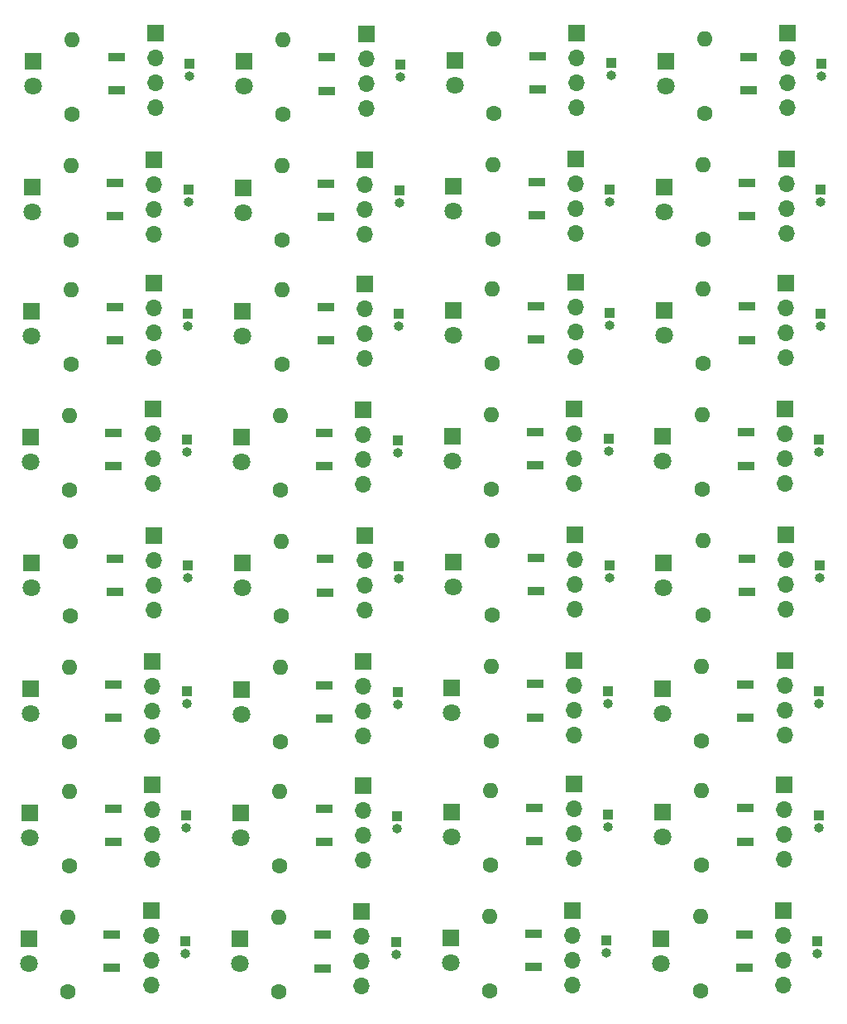
<source format=gbr>
%TF.GenerationSoftware,KiCad,Pcbnew,8.0.4*%
%TF.CreationDate,2024-08-16T15:36:08-07:00*%
%TF.ProjectId,LED2 full perf board,4c454432-2066-4756-9c6c-207065726620,rev?*%
%TF.SameCoordinates,Original*%
%TF.FileFunction,Soldermask,Top*%
%TF.FilePolarity,Negative*%
%FSLAX46Y46*%
G04 Gerber Fmt 4.6, Leading zero omitted, Abs format (unit mm)*
G04 Created by KiCad (PCBNEW 8.0.4) date 2024-08-16 15:36:08*
%MOMM*%
%LPD*%
G01*
G04 APERTURE LIST*
%ADD10R,1.800000X1.800000*%
%ADD11C,1.800000*%
%ADD12R,1.700000X0.900000*%
%ADD13R,1.700000X1.700000*%
%ADD14O,1.700000X1.700000*%
%ADD15R,1.000000X1.000000*%
%ADD16O,1.000000X1.000000*%
%ADD17C,1.600000*%
%ADD18O,1.600000X1.600000*%
G04 APERTURE END LIST*
D10*
%TO.C,D1*%
X139981320Y-79571320D03*
D11*
X139981320Y-82111320D03*
%TD*%
D12*
%TO.C,SW1*%
X148360000Y-92025000D03*
X148360000Y-95425000D03*
%TD*%
D13*
%TO.C,BatteryChargeModule1*%
X152360000Y-89605000D03*
D14*
X152360000Y-92145000D03*
X152360000Y-94685000D03*
X152360000Y-97225000D03*
%TD*%
D13*
%TO.C,BatteryChargeModule1*%
X152481320Y-76726320D03*
D14*
X152481320Y-79266320D03*
X152481320Y-81806320D03*
X152481320Y-84346320D03*
%TD*%
D12*
%TO.C,SW1*%
X148481320Y-79146320D03*
X148481320Y-82546320D03*
%TD*%
D15*
%TO.C,BT1*%
X155981320Y-79846320D03*
D16*
X155981320Y-81116320D03*
%TD*%
D10*
%TO.C,D1*%
X139807500Y-130885000D03*
D11*
X139807500Y-133425000D03*
%TD*%
D13*
%TO.C,BatteryChargeModule1*%
X152186180Y-140918680D03*
D14*
X152186180Y-143458680D03*
X152186180Y-145998680D03*
X152186180Y-148538680D03*
%TD*%
D12*
%TO.C,SW1*%
X148630000Y-53595000D03*
X148630000Y-56995000D03*
%TD*%
D17*
%TO.C,R1*%
X144008680Y-72293680D03*
D18*
X144008680Y-64673680D03*
%TD*%
D10*
%TO.C,D1*%
X140008680Y-66898680D03*
D11*
X140008680Y-69438680D03*
%TD*%
D17*
%TO.C,R1*%
X143860000Y-97845000D03*
D18*
X143860000Y-90225000D03*
%TD*%
D13*
%TO.C,BatteryChargeModule1*%
X152630000Y-51175000D03*
D14*
X152630000Y-53715000D03*
X152630000Y-56255000D03*
X152630000Y-58795000D03*
%TD*%
D17*
%TO.C,R1*%
X144130000Y-59415000D03*
D18*
X144130000Y-51795000D03*
%TD*%
D15*
%TO.C,BT1*%
X156130000Y-54295000D03*
D16*
X156130000Y-55565000D03*
%TD*%
D15*
%TO.C,BT1*%
X156008680Y-67173680D03*
D16*
X156008680Y-68443680D03*
%TD*%
D10*
%TO.C,D1*%
X139860000Y-92450000D03*
D11*
X139860000Y-94990000D03*
%TD*%
D12*
%TO.C,SW1*%
X148186180Y-143338680D03*
X148186180Y-146738680D03*
%TD*%
%TO.C,SW1*%
X148508680Y-66473680D03*
X148508680Y-69873680D03*
%TD*%
D13*
%TO.C,BatteryChargeModule1*%
X152508680Y-64053680D03*
D14*
X152508680Y-66593680D03*
X152508680Y-69133680D03*
X152508680Y-71673680D03*
%TD*%
D17*
%TO.C,R1*%
X143981320Y-84966320D03*
D18*
X143981320Y-77346320D03*
%TD*%
D15*
%TO.C,BT1*%
X155860000Y-92725000D03*
D16*
X155860000Y-93995000D03*
%TD*%
D15*
%TO.C,BT1*%
X155807500Y-131160000D03*
D16*
X155807500Y-132430000D03*
%TD*%
D15*
%TO.C,BT1*%
X155956180Y-105608680D03*
D16*
X155956180Y-106878680D03*
%TD*%
D17*
%TO.C,R1*%
X143686180Y-149158680D03*
D18*
X143686180Y-141538680D03*
%TD*%
D12*
%TO.C,SW1*%
X148307500Y-130460000D03*
X148307500Y-133860000D03*
%TD*%
D17*
%TO.C,R1*%
X143807500Y-136280000D03*
D18*
X143807500Y-128660000D03*
%TD*%
D13*
%TO.C,BatteryChargeModule1*%
X152334860Y-115367360D03*
D14*
X152334860Y-117907360D03*
X152334860Y-120447360D03*
X152334860Y-122987360D03*
%TD*%
D13*
%TO.C,BatteryChargeModule1*%
X152456180Y-102488680D03*
D14*
X152456180Y-105028680D03*
X152456180Y-107568680D03*
X152456180Y-110108680D03*
%TD*%
D17*
%TO.C,R1*%
X143956180Y-110728680D03*
D18*
X143956180Y-103108680D03*
%TD*%
D15*
%TO.C,BT1*%
X155834860Y-118487360D03*
D16*
X155834860Y-119757360D03*
%TD*%
D12*
%TO.C,SW1*%
X148334860Y-117787360D03*
X148334860Y-121187360D03*
%TD*%
%TO.C,SW1*%
X148456180Y-104908680D03*
X148456180Y-108308680D03*
%TD*%
D10*
%TO.C,D1*%
X139834860Y-118212360D03*
D11*
X139834860Y-120752360D03*
%TD*%
D15*
%TO.C,BT1*%
X155686180Y-144038680D03*
D16*
X155686180Y-145308680D03*
%TD*%
D13*
%TO.C,BatteryChargeModule1*%
X152307500Y-128040000D03*
D14*
X152307500Y-130580000D03*
X152307500Y-133120000D03*
X152307500Y-135660000D03*
%TD*%
D17*
%TO.C,R1*%
X143834860Y-123607360D03*
D18*
X143834860Y-115987360D03*
%TD*%
D10*
%TO.C,D1*%
X139956180Y-105333680D03*
D11*
X139956180Y-107873680D03*
%TD*%
D10*
%TO.C,D1*%
X140130000Y-54020000D03*
D11*
X140130000Y-56560000D03*
%TD*%
D10*
%TO.C,D1*%
X139686180Y-143763680D03*
D11*
X139686180Y-146303680D03*
%TD*%
D17*
%TO.C,R1*%
X165404860Y-123637360D03*
D18*
X165404860Y-116017360D03*
%TD*%
D10*
%TO.C,D1*%
X161256180Y-143793680D03*
D11*
X161256180Y-146333680D03*
%TD*%
D10*
%TO.C,D1*%
X161404860Y-118242360D03*
D11*
X161404860Y-120782360D03*
%TD*%
D15*
%TO.C,BT1*%
X177256180Y-144068680D03*
D16*
X177256180Y-145338680D03*
%TD*%
D13*
%TO.C,BatteryChargeModule1*%
X173877500Y-128070000D03*
D14*
X173877500Y-130610000D03*
X173877500Y-133150000D03*
X173877500Y-135690000D03*
%TD*%
D10*
%TO.C,D1*%
X161700000Y-54050000D03*
D11*
X161700000Y-56590000D03*
%TD*%
D12*
%TO.C,SW1*%
X170026180Y-104938680D03*
X170026180Y-108338680D03*
%TD*%
D10*
%TO.C,D1*%
X161526180Y-105363680D03*
D11*
X161526180Y-107903680D03*
%TD*%
D12*
%TO.C,SW1*%
X169904860Y-117817360D03*
X169904860Y-121217360D03*
%TD*%
%TO.C,SW1*%
X170051320Y-79176320D03*
X170051320Y-82576320D03*
%TD*%
D13*
%TO.C,BatteryChargeModule1*%
X173930000Y-89635000D03*
D14*
X173930000Y-92175000D03*
X173930000Y-94715000D03*
X173930000Y-97255000D03*
%TD*%
D10*
%TO.C,D1*%
X161551320Y-79601320D03*
D11*
X161551320Y-82141320D03*
%TD*%
D13*
%TO.C,BatteryChargeModule1*%
X173756180Y-140948680D03*
D14*
X173756180Y-143488680D03*
X173756180Y-146028680D03*
X173756180Y-148568680D03*
%TD*%
D12*
%TO.C,SW1*%
X170200000Y-53625000D03*
X170200000Y-57025000D03*
%TD*%
%TO.C,SW1*%
X169930000Y-92055000D03*
X169930000Y-95455000D03*
%TD*%
D10*
%TO.C,D1*%
X161377500Y-130915000D03*
D11*
X161377500Y-133455000D03*
%TD*%
D13*
%TO.C,BatteryChargeModule1*%
X174051320Y-76756320D03*
D14*
X174051320Y-79296320D03*
X174051320Y-81836320D03*
X174051320Y-84376320D03*
%TD*%
D15*
%TO.C,BT1*%
X177551320Y-79876320D03*
D16*
X177551320Y-81146320D03*
%TD*%
D10*
%TO.C,D1*%
X161578680Y-66928680D03*
D11*
X161578680Y-69468680D03*
%TD*%
D13*
%TO.C,BatteryChargeModule1*%
X174200000Y-51205000D03*
D14*
X174200000Y-53745000D03*
X174200000Y-56285000D03*
X174200000Y-58825000D03*
%TD*%
D15*
%TO.C,BT1*%
X177700000Y-54325000D03*
D16*
X177700000Y-55595000D03*
%TD*%
D12*
%TO.C,SW1*%
X170078680Y-66503680D03*
X170078680Y-69903680D03*
%TD*%
D13*
%TO.C,BatteryChargeModule1*%
X174026180Y-102518680D03*
D14*
X174026180Y-105058680D03*
X174026180Y-107598680D03*
X174026180Y-110138680D03*
%TD*%
D15*
%TO.C,BT1*%
X177430000Y-92755000D03*
D16*
X177430000Y-94025000D03*
%TD*%
D15*
%TO.C,BT1*%
X177404860Y-118517360D03*
D16*
X177404860Y-119787360D03*
%TD*%
D13*
%TO.C,BatteryChargeModule1*%
X174078680Y-64083680D03*
D14*
X174078680Y-66623680D03*
X174078680Y-69163680D03*
X174078680Y-71703680D03*
%TD*%
D17*
%TO.C,R1*%
X165526180Y-110758680D03*
D18*
X165526180Y-103138680D03*
%TD*%
D17*
%TO.C,R1*%
X165551320Y-84996320D03*
D18*
X165551320Y-77376320D03*
%TD*%
D17*
%TO.C,R1*%
X165256180Y-149188680D03*
D18*
X165256180Y-141568680D03*
%TD*%
D10*
%TO.C,D1*%
X161430000Y-92480000D03*
D11*
X161430000Y-95020000D03*
%TD*%
D17*
%TO.C,R1*%
X165377500Y-136310000D03*
D18*
X165377500Y-128690000D03*
%TD*%
D15*
%TO.C,BT1*%
X177377500Y-131190000D03*
D16*
X177377500Y-132460000D03*
%TD*%
D12*
%TO.C,SW1*%
X169756180Y-143368680D03*
X169756180Y-146768680D03*
%TD*%
%TO.C,SW1*%
X169877500Y-130490000D03*
X169877500Y-133890000D03*
%TD*%
D15*
%TO.C,BT1*%
X177526180Y-105638680D03*
D16*
X177526180Y-106908680D03*
%TD*%
D17*
%TO.C,R1*%
X165578680Y-72323680D03*
D18*
X165578680Y-64703680D03*
%TD*%
D17*
%TO.C,R1*%
X165430000Y-97875000D03*
D18*
X165430000Y-90255000D03*
%TD*%
D17*
%TO.C,R1*%
X165700000Y-59445000D03*
D18*
X165700000Y-51825000D03*
%TD*%
D15*
%TO.C,BT1*%
X177578680Y-67203680D03*
D16*
X177578680Y-68473680D03*
%TD*%
D13*
%TO.C,BatteryChargeModule1*%
X173904860Y-115397360D03*
D14*
X173904860Y-117937360D03*
X173904860Y-120477360D03*
X173904860Y-123017360D03*
%TD*%
D10*
%TO.C,D1*%
X118413820Y-79671320D03*
D11*
X118413820Y-82211320D03*
%TD*%
D12*
%TO.C,SW1*%
X126792500Y-92125000D03*
X126792500Y-95525000D03*
%TD*%
D13*
%TO.C,BatteryChargeModule1*%
X130792500Y-89705000D03*
D14*
X130792500Y-92245000D03*
X130792500Y-94785000D03*
X130792500Y-97325000D03*
%TD*%
D13*
%TO.C,BatteryChargeModule1*%
X130913820Y-76826320D03*
D14*
X130913820Y-79366320D03*
X130913820Y-81906320D03*
X130913820Y-84446320D03*
%TD*%
D12*
%TO.C,SW1*%
X126913820Y-79246320D03*
X126913820Y-82646320D03*
%TD*%
D15*
%TO.C,BT1*%
X134413820Y-79946320D03*
D16*
X134413820Y-81216320D03*
%TD*%
D10*
%TO.C,D1*%
X118240000Y-130985000D03*
D11*
X118240000Y-133525000D03*
%TD*%
D13*
%TO.C,BatteryChargeModule1*%
X130618680Y-141018680D03*
D14*
X130618680Y-143558680D03*
X130618680Y-146098680D03*
X130618680Y-148638680D03*
%TD*%
D12*
%TO.C,SW1*%
X127062500Y-53695000D03*
X127062500Y-57095000D03*
%TD*%
D17*
%TO.C,R1*%
X122441180Y-72393680D03*
D18*
X122441180Y-64773680D03*
%TD*%
D10*
%TO.C,D1*%
X118441180Y-66998680D03*
D11*
X118441180Y-69538680D03*
%TD*%
D17*
%TO.C,R1*%
X122292500Y-97945000D03*
D18*
X122292500Y-90325000D03*
%TD*%
D13*
%TO.C,BatteryChargeModule1*%
X131062500Y-51275000D03*
D14*
X131062500Y-53815000D03*
X131062500Y-56355000D03*
X131062500Y-58895000D03*
%TD*%
D17*
%TO.C,R1*%
X122562500Y-59515000D03*
D18*
X122562500Y-51895000D03*
%TD*%
D15*
%TO.C,BT1*%
X134562500Y-54395000D03*
D16*
X134562500Y-55665000D03*
%TD*%
D15*
%TO.C,BT1*%
X134441180Y-67273680D03*
D16*
X134441180Y-68543680D03*
%TD*%
D10*
%TO.C,D1*%
X118292500Y-92550000D03*
D11*
X118292500Y-95090000D03*
%TD*%
D12*
%TO.C,SW1*%
X126618680Y-143438680D03*
X126618680Y-146838680D03*
%TD*%
%TO.C,SW1*%
X126941180Y-66573680D03*
X126941180Y-69973680D03*
%TD*%
D13*
%TO.C,BatteryChargeModule1*%
X130941180Y-64153680D03*
D14*
X130941180Y-66693680D03*
X130941180Y-69233680D03*
X130941180Y-71773680D03*
%TD*%
D17*
%TO.C,R1*%
X122413820Y-85066320D03*
D18*
X122413820Y-77446320D03*
%TD*%
D15*
%TO.C,BT1*%
X134292500Y-92825000D03*
D16*
X134292500Y-94095000D03*
%TD*%
D15*
%TO.C,BT1*%
X134240000Y-131260000D03*
D16*
X134240000Y-132530000D03*
%TD*%
D15*
%TO.C,BT1*%
X134388680Y-105708680D03*
D16*
X134388680Y-106978680D03*
%TD*%
D17*
%TO.C,R1*%
X122118680Y-149258680D03*
D18*
X122118680Y-141638680D03*
%TD*%
D12*
%TO.C,SW1*%
X126740000Y-130560000D03*
X126740000Y-133960000D03*
%TD*%
D17*
%TO.C,R1*%
X122240000Y-136380000D03*
D18*
X122240000Y-128760000D03*
%TD*%
D13*
%TO.C,BatteryChargeModule1*%
X130767360Y-115467360D03*
D14*
X130767360Y-118007360D03*
X130767360Y-120547360D03*
X130767360Y-123087360D03*
%TD*%
D13*
%TO.C,BatteryChargeModule1*%
X130888680Y-102588680D03*
D14*
X130888680Y-105128680D03*
X130888680Y-107668680D03*
X130888680Y-110208680D03*
%TD*%
D17*
%TO.C,R1*%
X122388680Y-110828680D03*
D18*
X122388680Y-103208680D03*
%TD*%
D15*
%TO.C,BT1*%
X134267360Y-118587360D03*
D16*
X134267360Y-119857360D03*
%TD*%
D12*
%TO.C,SW1*%
X126767360Y-117887360D03*
X126767360Y-121287360D03*
%TD*%
%TO.C,SW1*%
X126888680Y-105008680D03*
X126888680Y-108408680D03*
%TD*%
D10*
%TO.C,D1*%
X118267360Y-118312360D03*
D11*
X118267360Y-120852360D03*
%TD*%
D15*
%TO.C,BT1*%
X134118680Y-144138680D03*
D16*
X134118680Y-145408680D03*
%TD*%
D13*
%TO.C,BatteryChargeModule1*%
X130740000Y-128140000D03*
D14*
X130740000Y-130680000D03*
X130740000Y-133220000D03*
X130740000Y-135760000D03*
%TD*%
D17*
%TO.C,R1*%
X122267360Y-123707360D03*
D18*
X122267360Y-116087360D03*
%TD*%
D10*
%TO.C,D1*%
X118388680Y-105433680D03*
D11*
X118388680Y-107973680D03*
%TD*%
D10*
%TO.C,D1*%
X118562500Y-54120000D03*
D11*
X118562500Y-56660000D03*
%TD*%
D10*
%TO.C,D1*%
X118118680Y-143863680D03*
D11*
X118118680Y-146403680D03*
%TD*%
D10*
%TO.C,D1*%
X96843820Y-79641320D03*
D11*
X96843820Y-82181320D03*
%TD*%
D12*
%TO.C,SW1*%
X105222500Y-92095000D03*
X105222500Y-95495000D03*
%TD*%
D13*
%TO.C,BatteryChargeModule1*%
X109222500Y-89675000D03*
D14*
X109222500Y-92215000D03*
X109222500Y-94755000D03*
X109222500Y-97295000D03*
%TD*%
D13*
%TO.C,BatteryChargeModule1*%
X109343820Y-76796320D03*
D14*
X109343820Y-79336320D03*
X109343820Y-81876320D03*
X109343820Y-84416320D03*
%TD*%
D12*
%TO.C,SW1*%
X105343820Y-79216320D03*
X105343820Y-82616320D03*
%TD*%
D17*
%TO.C,R1*%
X100843820Y-85036320D03*
D18*
X100843820Y-77416320D03*
%TD*%
D15*
%TO.C,BT1*%
X112843820Y-79916320D03*
D16*
X112843820Y-81186320D03*
%TD*%
D10*
%TO.C,D1*%
X96722500Y-92520000D03*
D11*
X96722500Y-95060000D03*
%TD*%
D17*
%TO.C,R1*%
X100722500Y-97915000D03*
D18*
X100722500Y-90295000D03*
%TD*%
D15*
%TO.C,BT1*%
X112722500Y-92795000D03*
D16*
X112722500Y-94065000D03*
%TD*%
D12*
%TO.C,SW1*%
X105048680Y-143408680D03*
X105048680Y-146808680D03*
%TD*%
D13*
%TO.C,BatteryChargeModule1*%
X109048680Y-140988680D03*
D14*
X109048680Y-143528680D03*
X109048680Y-146068680D03*
X109048680Y-148608680D03*
%TD*%
D10*
%TO.C,D1*%
X96670000Y-130955000D03*
D11*
X96670000Y-133495000D03*
%TD*%
D17*
%TO.C,R1*%
X100871180Y-72363680D03*
D18*
X100871180Y-64743680D03*
%TD*%
D15*
%TO.C,BT1*%
X112871180Y-67243680D03*
D16*
X112871180Y-68513680D03*
%TD*%
D12*
%TO.C,SW1*%
X105371180Y-66543680D03*
X105371180Y-69943680D03*
%TD*%
D13*
%TO.C,BatteryChargeModule1*%
X109371180Y-64123680D03*
D14*
X109371180Y-66663680D03*
X109371180Y-69203680D03*
X109371180Y-71743680D03*
%TD*%
D10*
%TO.C,D1*%
X96871180Y-66968680D03*
D11*
X96871180Y-69508680D03*
%TD*%
D13*
%TO.C,BatteryChargeModule1*%
X109492500Y-51245000D03*
D14*
X109492500Y-53785000D03*
X109492500Y-56325000D03*
X109492500Y-58865000D03*
%TD*%
D12*
%TO.C,SW1*%
X105492500Y-53665000D03*
X105492500Y-57065000D03*
%TD*%
D17*
%TO.C,R1*%
X100992500Y-59485000D03*
D18*
X100992500Y-51865000D03*
%TD*%
D15*
%TO.C,BT1*%
X112992500Y-54365000D03*
D16*
X112992500Y-55635000D03*
%TD*%
D10*
%TO.C,D1*%
X96992500Y-54090000D03*
D11*
X96992500Y-56630000D03*
%TD*%
D15*
%TO.C,BT1*%
X112670000Y-131230000D03*
D16*
X112670000Y-132500000D03*
%TD*%
D17*
%TO.C,R1*%
X100548680Y-149228680D03*
D18*
X100548680Y-141608680D03*
%TD*%
D15*
%TO.C,BT1*%
X112548680Y-144108680D03*
D16*
X112548680Y-145378680D03*
%TD*%
D13*
%TO.C,BatteryChargeModule1*%
X109170000Y-128110000D03*
D14*
X109170000Y-130650000D03*
X109170000Y-133190000D03*
X109170000Y-135730000D03*
%TD*%
D12*
%TO.C,SW1*%
X105170000Y-130530000D03*
X105170000Y-133930000D03*
%TD*%
D17*
%TO.C,R1*%
X100697360Y-123677360D03*
D18*
X100697360Y-116057360D03*
%TD*%
D10*
%TO.C,D1*%
X96548680Y-143833680D03*
D11*
X96548680Y-146373680D03*
%TD*%
D17*
%TO.C,R1*%
X100670000Y-136350000D03*
D18*
X100670000Y-128730000D03*
%TD*%
D15*
%TO.C,BT1*%
X112697360Y-118557360D03*
D16*
X112697360Y-119827360D03*
%TD*%
D12*
%TO.C,SW1*%
X105197360Y-117857360D03*
X105197360Y-121257360D03*
%TD*%
D13*
%TO.C,BatteryChargeModule1*%
X109197360Y-115437360D03*
D14*
X109197360Y-117977360D03*
X109197360Y-120517360D03*
X109197360Y-123057360D03*
%TD*%
D10*
%TO.C,D1*%
X96697360Y-118282360D03*
D11*
X96697360Y-120822360D03*
%TD*%
D13*
%TO.C,BatteryChargeModule1*%
X109318680Y-102558680D03*
D14*
X109318680Y-105098680D03*
X109318680Y-107638680D03*
X109318680Y-110178680D03*
%TD*%
D12*
%TO.C,SW1*%
X105318680Y-104978680D03*
X105318680Y-108378680D03*
%TD*%
D17*
%TO.C,R1*%
X100818680Y-110798680D03*
D18*
X100818680Y-103178680D03*
%TD*%
D10*
%TO.C,D1*%
X96818680Y-105403680D03*
D11*
X96818680Y-107943680D03*
%TD*%
D15*
%TO.C,BT1*%
X112818680Y-105678680D03*
D16*
X112818680Y-106948680D03*
%TD*%
M02*

</source>
